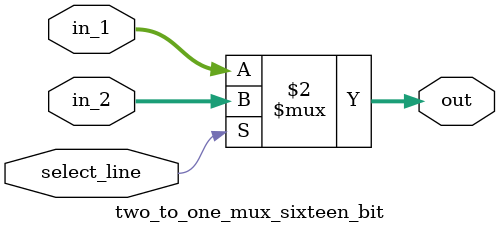
<source format=v>
`timescale 1ns / 1ps
module two_to_one_mux_sixteen_bit(
    input [15:0] in_1,
    input [15:0] in_2,
    input select_line,
    output [15:0] out
    );
	 assign out = (select_line==0)?in_1:in_2;
endmodule

</source>
